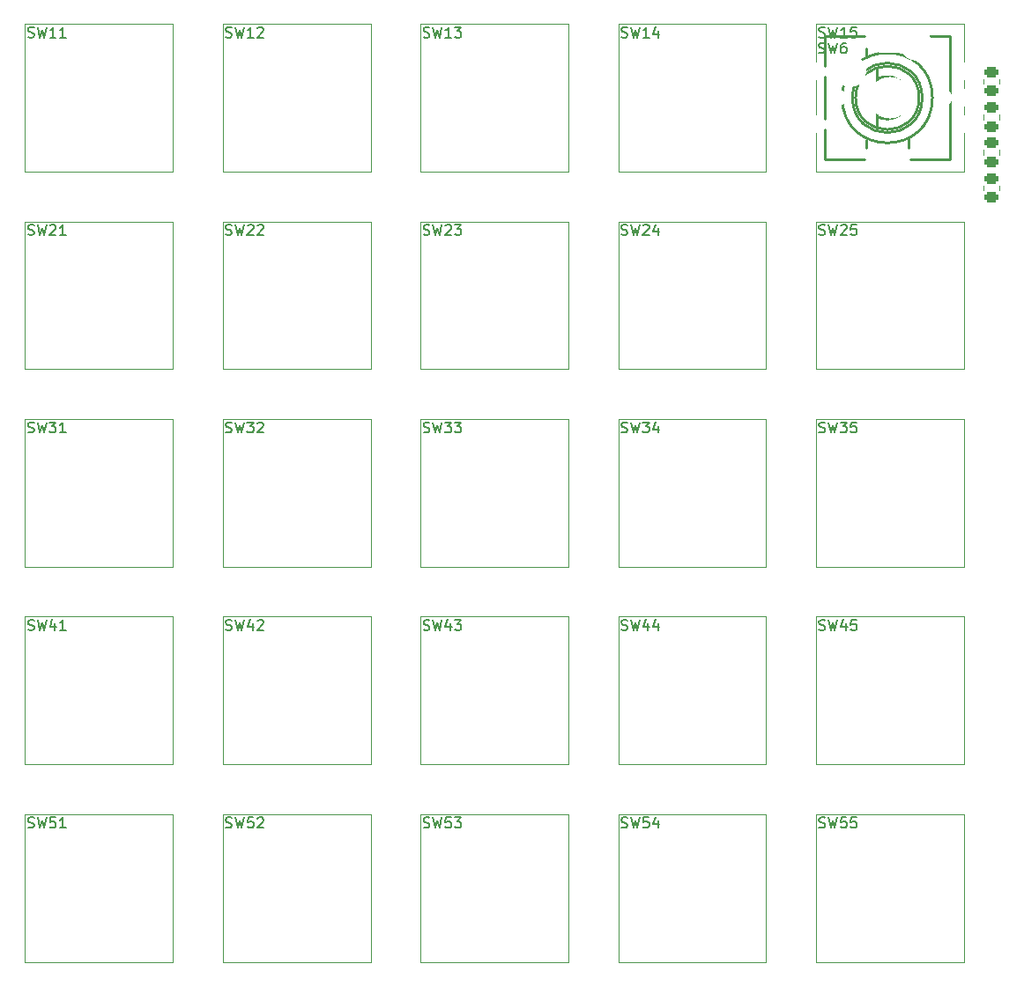
<source format=gto>
G04 #@! TF.GenerationSoftware,KiCad,Pcbnew,(6.0.5)*
G04 #@! TF.CreationDate,2022-06-26T21:28:20+02:00*
G04 #@! TF.ProjectId,5x5x2-part1,35783578-322d-4706-9172-74312e6b6963,rev?*
G04 #@! TF.SameCoordinates,Original*
G04 #@! TF.FileFunction,Legend,Top*
G04 #@! TF.FilePolarity,Positive*
%FSLAX46Y46*%
G04 Gerber Fmt 4.6, Leading zero omitted, Abs format (unit mm)*
G04 Created by KiCad (PCBNEW (6.0.5)) date 2022-06-26 21:28:20*
%MOMM*%
%LPD*%
G01*
G04 APERTURE LIST*
G04 Aperture macros list*
%AMRoundRect*
0 Rectangle with rounded corners*
0 $1 Rounding radius*
0 $2 $3 $4 $5 $6 $7 $8 $9 X,Y pos of 4 corners*
0 Add a 4 corners polygon primitive as box body*
4,1,4,$2,$3,$4,$5,$6,$7,$8,$9,$2,$3,0*
0 Add four circle primitives for the rounded corners*
1,1,$1+$1,$2,$3*
1,1,$1+$1,$4,$5*
1,1,$1+$1,$6,$7*
1,1,$1+$1,$8,$9*
0 Add four rect primitives between the rounded corners*
20,1,$1+$1,$2,$3,$4,$5,0*
20,1,$1+$1,$4,$5,$6,$7,0*
20,1,$1+$1,$6,$7,$8,$9,0*
20,1,$1+$1,$8,$9,$2,$3,0*%
G04 Aperture macros list end*
%ADD10C,0.150000*%
%ADD11C,0.120000*%
%ADD12C,0.250000*%
%ADD13C,1.750000*%
%ADD14C,4.000000*%
%ADD15C,3.050000*%
%ADD16C,3.200000*%
%ADD17RoundRect,0.250000X-0.450000X0.262500X-0.450000X-0.262500X0.450000X-0.262500X0.450000X0.262500X0*%
%ADD18RoundRect,0.250000X0.450000X-0.262500X0.450000X0.262500X-0.450000X0.262500X-0.450000X-0.262500X0*%
%ADD19O,4.000000X2.300000*%
%ADD20C,1.800000*%
%ADD21R,1.700000X1.700000*%
%ADD22O,1.700000X1.700000*%
G04 APERTURE END LIST*
D10*
X60190476Y-63154761D02*
X60333333Y-63202380D01*
X60571428Y-63202380D01*
X60666666Y-63154761D01*
X60714285Y-63107142D01*
X60761904Y-63011904D01*
X60761904Y-62916666D01*
X60714285Y-62821428D01*
X60666666Y-62773809D01*
X60571428Y-62726190D01*
X60380952Y-62678571D01*
X60285714Y-62630952D01*
X60238095Y-62583333D01*
X60190476Y-62488095D01*
X60190476Y-62392857D01*
X60238095Y-62297619D01*
X60285714Y-62250000D01*
X60380952Y-62202380D01*
X60619047Y-62202380D01*
X60761904Y-62250000D01*
X61095238Y-62202380D02*
X61333333Y-63202380D01*
X61523809Y-62488095D01*
X61714285Y-63202380D01*
X61952380Y-62202380D01*
X62285714Y-62297619D02*
X62333333Y-62250000D01*
X62428571Y-62202380D01*
X62666666Y-62202380D01*
X62761904Y-62250000D01*
X62809523Y-62297619D01*
X62857142Y-62392857D01*
X62857142Y-62488095D01*
X62809523Y-62630952D01*
X62238095Y-63202380D01*
X62857142Y-63202380D01*
X63238095Y-62297619D02*
X63285714Y-62250000D01*
X63380952Y-62202380D01*
X63619047Y-62202380D01*
X63714285Y-62250000D01*
X63761904Y-62297619D01*
X63809523Y-62392857D01*
X63809523Y-62488095D01*
X63761904Y-62630952D01*
X63190476Y-63202380D01*
X63809523Y-63202380D01*
X60190476Y-101154761D02*
X60333333Y-101202380D01*
X60571428Y-101202380D01*
X60666666Y-101154761D01*
X60714285Y-101107142D01*
X60761904Y-101011904D01*
X60761904Y-100916666D01*
X60714285Y-100821428D01*
X60666666Y-100773809D01*
X60571428Y-100726190D01*
X60380952Y-100678571D01*
X60285714Y-100630952D01*
X60238095Y-100583333D01*
X60190476Y-100488095D01*
X60190476Y-100392857D01*
X60238095Y-100297619D01*
X60285714Y-100250000D01*
X60380952Y-100202380D01*
X60619047Y-100202380D01*
X60761904Y-100250000D01*
X61095238Y-100202380D02*
X61333333Y-101202380D01*
X61523809Y-100488095D01*
X61714285Y-101202380D01*
X61952380Y-100202380D01*
X62761904Y-100535714D02*
X62761904Y-101202380D01*
X62523809Y-100154761D02*
X62285714Y-100869047D01*
X62904761Y-100869047D01*
X63238095Y-100297619D02*
X63285714Y-100250000D01*
X63380952Y-100202380D01*
X63619047Y-100202380D01*
X63714285Y-100250000D01*
X63761904Y-100297619D01*
X63809523Y-100392857D01*
X63809523Y-100488095D01*
X63761904Y-100630952D01*
X63190476Y-101202380D01*
X63809523Y-101202380D01*
X98190476Y-63154761D02*
X98333333Y-63202380D01*
X98571428Y-63202380D01*
X98666666Y-63154761D01*
X98714285Y-63107142D01*
X98761904Y-63011904D01*
X98761904Y-62916666D01*
X98714285Y-62821428D01*
X98666666Y-62773809D01*
X98571428Y-62726190D01*
X98380952Y-62678571D01*
X98285714Y-62630952D01*
X98238095Y-62583333D01*
X98190476Y-62488095D01*
X98190476Y-62392857D01*
X98238095Y-62297619D01*
X98285714Y-62250000D01*
X98380952Y-62202380D01*
X98619047Y-62202380D01*
X98761904Y-62250000D01*
X99095238Y-62202380D02*
X99333333Y-63202380D01*
X99523809Y-62488095D01*
X99714285Y-63202380D01*
X99952380Y-62202380D01*
X100285714Y-62297619D02*
X100333333Y-62250000D01*
X100428571Y-62202380D01*
X100666666Y-62202380D01*
X100761904Y-62250000D01*
X100809523Y-62297619D01*
X100857142Y-62392857D01*
X100857142Y-62488095D01*
X100809523Y-62630952D01*
X100238095Y-63202380D01*
X100857142Y-63202380D01*
X101714285Y-62535714D02*
X101714285Y-63202380D01*
X101476190Y-62154761D02*
X101238095Y-62869047D01*
X101857142Y-62869047D01*
X79190476Y-120154761D02*
X79333333Y-120202380D01*
X79571428Y-120202380D01*
X79666666Y-120154761D01*
X79714285Y-120107142D01*
X79761904Y-120011904D01*
X79761904Y-119916666D01*
X79714285Y-119821428D01*
X79666666Y-119773809D01*
X79571428Y-119726190D01*
X79380952Y-119678571D01*
X79285714Y-119630952D01*
X79238095Y-119583333D01*
X79190476Y-119488095D01*
X79190476Y-119392857D01*
X79238095Y-119297619D01*
X79285714Y-119250000D01*
X79380952Y-119202380D01*
X79619047Y-119202380D01*
X79761904Y-119250000D01*
X80095238Y-119202380D02*
X80333333Y-120202380D01*
X80523809Y-119488095D01*
X80714285Y-120202380D01*
X80952380Y-119202380D01*
X81809523Y-119202380D02*
X81333333Y-119202380D01*
X81285714Y-119678571D01*
X81333333Y-119630952D01*
X81428571Y-119583333D01*
X81666666Y-119583333D01*
X81761904Y-119630952D01*
X81809523Y-119678571D01*
X81857142Y-119773809D01*
X81857142Y-120011904D01*
X81809523Y-120107142D01*
X81761904Y-120154761D01*
X81666666Y-120202380D01*
X81428571Y-120202380D01*
X81333333Y-120154761D01*
X81285714Y-120107142D01*
X82190476Y-119202380D02*
X82809523Y-119202380D01*
X82476190Y-119583333D01*
X82619047Y-119583333D01*
X82714285Y-119630952D01*
X82761904Y-119678571D01*
X82809523Y-119773809D01*
X82809523Y-120011904D01*
X82761904Y-120107142D01*
X82714285Y-120154761D01*
X82619047Y-120202380D01*
X82333333Y-120202380D01*
X82238095Y-120154761D01*
X82190476Y-120107142D01*
X117190476Y-82154761D02*
X117333333Y-82202380D01*
X117571428Y-82202380D01*
X117666666Y-82154761D01*
X117714285Y-82107142D01*
X117761904Y-82011904D01*
X117761904Y-81916666D01*
X117714285Y-81821428D01*
X117666666Y-81773809D01*
X117571428Y-81726190D01*
X117380952Y-81678571D01*
X117285714Y-81630952D01*
X117238095Y-81583333D01*
X117190476Y-81488095D01*
X117190476Y-81392857D01*
X117238095Y-81297619D01*
X117285714Y-81250000D01*
X117380952Y-81202380D01*
X117619047Y-81202380D01*
X117761904Y-81250000D01*
X118095238Y-81202380D02*
X118333333Y-82202380D01*
X118523809Y-81488095D01*
X118714285Y-82202380D01*
X118952380Y-81202380D01*
X119238095Y-81202380D02*
X119857142Y-81202380D01*
X119523809Y-81583333D01*
X119666666Y-81583333D01*
X119761904Y-81630952D01*
X119809523Y-81678571D01*
X119857142Y-81773809D01*
X119857142Y-82011904D01*
X119809523Y-82107142D01*
X119761904Y-82154761D01*
X119666666Y-82202380D01*
X119380952Y-82202380D01*
X119285714Y-82154761D01*
X119238095Y-82107142D01*
X120761904Y-81202380D02*
X120285714Y-81202380D01*
X120238095Y-81678571D01*
X120285714Y-81630952D01*
X120380952Y-81583333D01*
X120619047Y-81583333D01*
X120714285Y-81630952D01*
X120761904Y-81678571D01*
X120809523Y-81773809D01*
X120809523Y-82011904D01*
X120761904Y-82107142D01*
X120714285Y-82154761D01*
X120619047Y-82202380D01*
X120380952Y-82202380D01*
X120285714Y-82154761D01*
X120238095Y-82107142D01*
X79190476Y-101154761D02*
X79333333Y-101202380D01*
X79571428Y-101202380D01*
X79666666Y-101154761D01*
X79714285Y-101107142D01*
X79761904Y-101011904D01*
X79761904Y-100916666D01*
X79714285Y-100821428D01*
X79666666Y-100773809D01*
X79571428Y-100726190D01*
X79380952Y-100678571D01*
X79285714Y-100630952D01*
X79238095Y-100583333D01*
X79190476Y-100488095D01*
X79190476Y-100392857D01*
X79238095Y-100297619D01*
X79285714Y-100250000D01*
X79380952Y-100202380D01*
X79619047Y-100202380D01*
X79761904Y-100250000D01*
X80095238Y-100202380D02*
X80333333Y-101202380D01*
X80523809Y-100488095D01*
X80714285Y-101202380D01*
X80952380Y-100202380D01*
X81761904Y-100535714D02*
X81761904Y-101202380D01*
X81523809Y-100154761D02*
X81285714Y-100869047D01*
X81904761Y-100869047D01*
X82190476Y-100202380D02*
X82809523Y-100202380D01*
X82476190Y-100583333D01*
X82619047Y-100583333D01*
X82714285Y-100630952D01*
X82761904Y-100678571D01*
X82809523Y-100773809D01*
X82809523Y-101011904D01*
X82761904Y-101107142D01*
X82714285Y-101154761D01*
X82619047Y-101202380D01*
X82333333Y-101202380D01*
X82238095Y-101154761D01*
X82190476Y-101107142D01*
X117190476Y-44154761D02*
X117333333Y-44202380D01*
X117571428Y-44202380D01*
X117666666Y-44154761D01*
X117714285Y-44107142D01*
X117761904Y-44011904D01*
X117761904Y-43916666D01*
X117714285Y-43821428D01*
X117666666Y-43773809D01*
X117571428Y-43726190D01*
X117380952Y-43678571D01*
X117285714Y-43630952D01*
X117238095Y-43583333D01*
X117190476Y-43488095D01*
X117190476Y-43392857D01*
X117238095Y-43297619D01*
X117285714Y-43250000D01*
X117380952Y-43202380D01*
X117619047Y-43202380D01*
X117761904Y-43250000D01*
X118095238Y-43202380D02*
X118333333Y-44202380D01*
X118523809Y-43488095D01*
X118714285Y-44202380D01*
X118952380Y-43202380D01*
X119857142Y-44202380D02*
X119285714Y-44202380D01*
X119571428Y-44202380D02*
X119571428Y-43202380D01*
X119476190Y-43345238D01*
X119380952Y-43440476D01*
X119285714Y-43488095D01*
X120761904Y-43202380D02*
X120285714Y-43202380D01*
X120238095Y-43678571D01*
X120285714Y-43630952D01*
X120380952Y-43583333D01*
X120619047Y-43583333D01*
X120714285Y-43630952D01*
X120761904Y-43678571D01*
X120809523Y-43773809D01*
X120809523Y-44011904D01*
X120761904Y-44107142D01*
X120714285Y-44154761D01*
X120619047Y-44202380D01*
X120380952Y-44202380D01*
X120285714Y-44154761D01*
X120238095Y-44107142D01*
X117190476Y-120154761D02*
X117333333Y-120202380D01*
X117571428Y-120202380D01*
X117666666Y-120154761D01*
X117714285Y-120107142D01*
X117761904Y-120011904D01*
X117761904Y-119916666D01*
X117714285Y-119821428D01*
X117666666Y-119773809D01*
X117571428Y-119726190D01*
X117380952Y-119678571D01*
X117285714Y-119630952D01*
X117238095Y-119583333D01*
X117190476Y-119488095D01*
X117190476Y-119392857D01*
X117238095Y-119297619D01*
X117285714Y-119250000D01*
X117380952Y-119202380D01*
X117619047Y-119202380D01*
X117761904Y-119250000D01*
X118095238Y-119202380D02*
X118333333Y-120202380D01*
X118523809Y-119488095D01*
X118714285Y-120202380D01*
X118952380Y-119202380D01*
X119809523Y-119202380D02*
X119333333Y-119202380D01*
X119285714Y-119678571D01*
X119333333Y-119630952D01*
X119428571Y-119583333D01*
X119666666Y-119583333D01*
X119761904Y-119630952D01*
X119809523Y-119678571D01*
X119857142Y-119773809D01*
X119857142Y-120011904D01*
X119809523Y-120107142D01*
X119761904Y-120154761D01*
X119666666Y-120202380D01*
X119428571Y-120202380D01*
X119333333Y-120154761D01*
X119285714Y-120107142D01*
X120761904Y-119202380D02*
X120285714Y-119202380D01*
X120238095Y-119678571D01*
X120285714Y-119630952D01*
X120380952Y-119583333D01*
X120619047Y-119583333D01*
X120714285Y-119630952D01*
X120761904Y-119678571D01*
X120809523Y-119773809D01*
X120809523Y-120011904D01*
X120761904Y-120107142D01*
X120714285Y-120154761D01*
X120619047Y-120202380D01*
X120380952Y-120202380D01*
X120285714Y-120154761D01*
X120238095Y-120107142D01*
X98190476Y-120154761D02*
X98333333Y-120202380D01*
X98571428Y-120202380D01*
X98666666Y-120154761D01*
X98714285Y-120107142D01*
X98761904Y-120011904D01*
X98761904Y-119916666D01*
X98714285Y-119821428D01*
X98666666Y-119773809D01*
X98571428Y-119726190D01*
X98380952Y-119678571D01*
X98285714Y-119630952D01*
X98238095Y-119583333D01*
X98190476Y-119488095D01*
X98190476Y-119392857D01*
X98238095Y-119297619D01*
X98285714Y-119250000D01*
X98380952Y-119202380D01*
X98619047Y-119202380D01*
X98761904Y-119250000D01*
X99095238Y-119202380D02*
X99333333Y-120202380D01*
X99523809Y-119488095D01*
X99714285Y-120202380D01*
X99952380Y-119202380D01*
X100809523Y-119202380D02*
X100333333Y-119202380D01*
X100285714Y-119678571D01*
X100333333Y-119630952D01*
X100428571Y-119583333D01*
X100666666Y-119583333D01*
X100761904Y-119630952D01*
X100809523Y-119678571D01*
X100857142Y-119773809D01*
X100857142Y-120011904D01*
X100809523Y-120107142D01*
X100761904Y-120154761D01*
X100666666Y-120202380D01*
X100428571Y-120202380D01*
X100333333Y-120154761D01*
X100285714Y-120107142D01*
X101714285Y-119535714D02*
X101714285Y-120202380D01*
X101476190Y-119154761D02*
X101238095Y-119869047D01*
X101857142Y-119869047D01*
X79190476Y-63154761D02*
X79333333Y-63202380D01*
X79571428Y-63202380D01*
X79666666Y-63154761D01*
X79714285Y-63107142D01*
X79761904Y-63011904D01*
X79761904Y-62916666D01*
X79714285Y-62821428D01*
X79666666Y-62773809D01*
X79571428Y-62726190D01*
X79380952Y-62678571D01*
X79285714Y-62630952D01*
X79238095Y-62583333D01*
X79190476Y-62488095D01*
X79190476Y-62392857D01*
X79238095Y-62297619D01*
X79285714Y-62250000D01*
X79380952Y-62202380D01*
X79619047Y-62202380D01*
X79761904Y-62250000D01*
X80095238Y-62202380D02*
X80333333Y-63202380D01*
X80523809Y-62488095D01*
X80714285Y-63202380D01*
X80952380Y-62202380D01*
X81285714Y-62297619D02*
X81333333Y-62250000D01*
X81428571Y-62202380D01*
X81666666Y-62202380D01*
X81761904Y-62250000D01*
X81809523Y-62297619D01*
X81857142Y-62392857D01*
X81857142Y-62488095D01*
X81809523Y-62630952D01*
X81238095Y-63202380D01*
X81857142Y-63202380D01*
X82190476Y-62202380D02*
X82809523Y-62202380D01*
X82476190Y-62583333D01*
X82619047Y-62583333D01*
X82714285Y-62630952D01*
X82761904Y-62678571D01*
X82809523Y-62773809D01*
X82809523Y-63011904D01*
X82761904Y-63107142D01*
X82714285Y-63154761D01*
X82619047Y-63202380D01*
X82333333Y-63202380D01*
X82238095Y-63154761D01*
X82190476Y-63107142D01*
X60190476Y-120154761D02*
X60333333Y-120202380D01*
X60571428Y-120202380D01*
X60666666Y-120154761D01*
X60714285Y-120107142D01*
X60761904Y-120011904D01*
X60761904Y-119916666D01*
X60714285Y-119821428D01*
X60666666Y-119773809D01*
X60571428Y-119726190D01*
X60380952Y-119678571D01*
X60285714Y-119630952D01*
X60238095Y-119583333D01*
X60190476Y-119488095D01*
X60190476Y-119392857D01*
X60238095Y-119297619D01*
X60285714Y-119250000D01*
X60380952Y-119202380D01*
X60619047Y-119202380D01*
X60761904Y-119250000D01*
X61095238Y-119202380D02*
X61333333Y-120202380D01*
X61523809Y-119488095D01*
X61714285Y-120202380D01*
X61952380Y-119202380D01*
X62809523Y-119202380D02*
X62333333Y-119202380D01*
X62285714Y-119678571D01*
X62333333Y-119630952D01*
X62428571Y-119583333D01*
X62666666Y-119583333D01*
X62761904Y-119630952D01*
X62809523Y-119678571D01*
X62857142Y-119773809D01*
X62857142Y-120011904D01*
X62809523Y-120107142D01*
X62761904Y-120154761D01*
X62666666Y-120202380D01*
X62428571Y-120202380D01*
X62333333Y-120154761D01*
X62285714Y-120107142D01*
X63238095Y-119297619D02*
X63285714Y-119250000D01*
X63380952Y-119202380D01*
X63619047Y-119202380D01*
X63714285Y-119250000D01*
X63761904Y-119297619D01*
X63809523Y-119392857D01*
X63809523Y-119488095D01*
X63761904Y-119630952D01*
X63190476Y-120202380D01*
X63809523Y-120202380D01*
X117190476Y-63154761D02*
X117333333Y-63202380D01*
X117571428Y-63202380D01*
X117666666Y-63154761D01*
X117714285Y-63107142D01*
X117761904Y-63011904D01*
X117761904Y-62916666D01*
X117714285Y-62821428D01*
X117666666Y-62773809D01*
X117571428Y-62726190D01*
X117380952Y-62678571D01*
X117285714Y-62630952D01*
X117238095Y-62583333D01*
X117190476Y-62488095D01*
X117190476Y-62392857D01*
X117238095Y-62297619D01*
X117285714Y-62250000D01*
X117380952Y-62202380D01*
X117619047Y-62202380D01*
X117761904Y-62250000D01*
X118095238Y-62202380D02*
X118333333Y-63202380D01*
X118523809Y-62488095D01*
X118714285Y-63202380D01*
X118952380Y-62202380D01*
X119285714Y-62297619D02*
X119333333Y-62250000D01*
X119428571Y-62202380D01*
X119666666Y-62202380D01*
X119761904Y-62250000D01*
X119809523Y-62297619D01*
X119857142Y-62392857D01*
X119857142Y-62488095D01*
X119809523Y-62630952D01*
X119238095Y-63202380D01*
X119857142Y-63202380D01*
X120761904Y-62202380D02*
X120285714Y-62202380D01*
X120238095Y-62678571D01*
X120285714Y-62630952D01*
X120380952Y-62583333D01*
X120619047Y-62583333D01*
X120714285Y-62630952D01*
X120761904Y-62678571D01*
X120809523Y-62773809D01*
X120809523Y-63011904D01*
X120761904Y-63107142D01*
X120714285Y-63154761D01*
X120619047Y-63202380D01*
X120380952Y-63202380D01*
X120285714Y-63154761D01*
X120238095Y-63107142D01*
X98190476Y-101154761D02*
X98333333Y-101202380D01*
X98571428Y-101202380D01*
X98666666Y-101154761D01*
X98714285Y-101107142D01*
X98761904Y-101011904D01*
X98761904Y-100916666D01*
X98714285Y-100821428D01*
X98666666Y-100773809D01*
X98571428Y-100726190D01*
X98380952Y-100678571D01*
X98285714Y-100630952D01*
X98238095Y-100583333D01*
X98190476Y-100488095D01*
X98190476Y-100392857D01*
X98238095Y-100297619D01*
X98285714Y-100250000D01*
X98380952Y-100202380D01*
X98619047Y-100202380D01*
X98761904Y-100250000D01*
X99095238Y-100202380D02*
X99333333Y-101202380D01*
X99523809Y-100488095D01*
X99714285Y-101202380D01*
X99952380Y-100202380D01*
X100761904Y-100535714D02*
X100761904Y-101202380D01*
X100523809Y-100154761D02*
X100285714Y-100869047D01*
X100904761Y-100869047D01*
X101714285Y-100535714D02*
X101714285Y-101202380D01*
X101476190Y-100154761D02*
X101238095Y-100869047D01*
X101857142Y-100869047D01*
X60190476Y-44154761D02*
X60333333Y-44202380D01*
X60571428Y-44202380D01*
X60666666Y-44154761D01*
X60714285Y-44107142D01*
X60761904Y-44011904D01*
X60761904Y-43916666D01*
X60714285Y-43821428D01*
X60666666Y-43773809D01*
X60571428Y-43726190D01*
X60380952Y-43678571D01*
X60285714Y-43630952D01*
X60238095Y-43583333D01*
X60190476Y-43488095D01*
X60190476Y-43392857D01*
X60238095Y-43297619D01*
X60285714Y-43250000D01*
X60380952Y-43202380D01*
X60619047Y-43202380D01*
X60761904Y-43250000D01*
X61095238Y-43202380D02*
X61333333Y-44202380D01*
X61523809Y-43488095D01*
X61714285Y-44202380D01*
X61952380Y-43202380D01*
X62857142Y-44202380D02*
X62285714Y-44202380D01*
X62571428Y-44202380D02*
X62571428Y-43202380D01*
X62476190Y-43345238D01*
X62380952Y-43440476D01*
X62285714Y-43488095D01*
X63238095Y-43297619D02*
X63285714Y-43250000D01*
X63380952Y-43202380D01*
X63619047Y-43202380D01*
X63714285Y-43250000D01*
X63761904Y-43297619D01*
X63809523Y-43392857D01*
X63809523Y-43488095D01*
X63761904Y-43630952D01*
X63190476Y-44202380D01*
X63809523Y-44202380D01*
X117166666Y-45654761D02*
X117309523Y-45702380D01*
X117547619Y-45702380D01*
X117642857Y-45654761D01*
X117690476Y-45607142D01*
X117738095Y-45511904D01*
X117738095Y-45416666D01*
X117690476Y-45321428D01*
X117642857Y-45273809D01*
X117547619Y-45226190D01*
X117357142Y-45178571D01*
X117261904Y-45130952D01*
X117214285Y-45083333D01*
X117166666Y-44988095D01*
X117166666Y-44892857D01*
X117214285Y-44797619D01*
X117261904Y-44750000D01*
X117357142Y-44702380D01*
X117595238Y-44702380D01*
X117738095Y-44750000D01*
X118071428Y-44702380D02*
X118309523Y-45702380D01*
X118500000Y-44988095D01*
X118690476Y-45702380D01*
X118928571Y-44702380D01*
X119738095Y-44702380D02*
X119547619Y-44702380D01*
X119452380Y-44750000D01*
X119404761Y-44797619D01*
X119309523Y-44940476D01*
X119261904Y-45130952D01*
X119261904Y-45511904D01*
X119309523Y-45607142D01*
X119357142Y-45654761D01*
X119452380Y-45702380D01*
X119642857Y-45702380D01*
X119738095Y-45654761D01*
X119785714Y-45607142D01*
X119833333Y-45511904D01*
X119833333Y-45273809D01*
X119785714Y-45178571D01*
X119738095Y-45130952D01*
X119642857Y-45083333D01*
X119452380Y-45083333D01*
X119357142Y-45130952D01*
X119309523Y-45178571D01*
X119261904Y-45273809D01*
X60190476Y-82154761D02*
X60333333Y-82202380D01*
X60571428Y-82202380D01*
X60666666Y-82154761D01*
X60714285Y-82107142D01*
X60761904Y-82011904D01*
X60761904Y-81916666D01*
X60714285Y-81821428D01*
X60666666Y-81773809D01*
X60571428Y-81726190D01*
X60380952Y-81678571D01*
X60285714Y-81630952D01*
X60238095Y-81583333D01*
X60190476Y-81488095D01*
X60190476Y-81392857D01*
X60238095Y-81297619D01*
X60285714Y-81250000D01*
X60380952Y-81202380D01*
X60619047Y-81202380D01*
X60761904Y-81250000D01*
X61095238Y-81202380D02*
X61333333Y-82202380D01*
X61523809Y-81488095D01*
X61714285Y-82202380D01*
X61952380Y-81202380D01*
X62238095Y-81202380D02*
X62857142Y-81202380D01*
X62523809Y-81583333D01*
X62666666Y-81583333D01*
X62761904Y-81630952D01*
X62809523Y-81678571D01*
X62857142Y-81773809D01*
X62857142Y-82011904D01*
X62809523Y-82107142D01*
X62761904Y-82154761D01*
X62666666Y-82202380D01*
X62380952Y-82202380D01*
X62285714Y-82154761D01*
X62238095Y-82107142D01*
X63238095Y-81297619D02*
X63285714Y-81250000D01*
X63380952Y-81202380D01*
X63619047Y-81202380D01*
X63714285Y-81250000D01*
X63761904Y-81297619D01*
X63809523Y-81392857D01*
X63809523Y-81488095D01*
X63761904Y-81630952D01*
X63190476Y-82202380D01*
X63809523Y-82202380D01*
X79190476Y-44154761D02*
X79333333Y-44202380D01*
X79571428Y-44202380D01*
X79666666Y-44154761D01*
X79714285Y-44107142D01*
X79761904Y-44011904D01*
X79761904Y-43916666D01*
X79714285Y-43821428D01*
X79666666Y-43773809D01*
X79571428Y-43726190D01*
X79380952Y-43678571D01*
X79285714Y-43630952D01*
X79238095Y-43583333D01*
X79190476Y-43488095D01*
X79190476Y-43392857D01*
X79238095Y-43297619D01*
X79285714Y-43250000D01*
X79380952Y-43202380D01*
X79619047Y-43202380D01*
X79761904Y-43250000D01*
X80095238Y-43202380D02*
X80333333Y-44202380D01*
X80523809Y-43488095D01*
X80714285Y-44202380D01*
X80952380Y-43202380D01*
X81857142Y-44202380D02*
X81285714Y-44202380D01*
X81571428Y-44202380D02*
X81571428Y-43202380D01*
X81476190Y-43345238D01*
X81380952Y-43440476D01*
X81285714Y-43488095D01*
X82190476Y-43202380D02*
X82809523Y-43202380D01*
X82476190Y-43583333D01*
X82619047Y-43583333D01*
X82714285Y-43630952D01*
X82761904Y-43678571D01*
X82809523Y-43773809D01*
X82809523Y-44011904D01*
X82761904Y-44107142D01*
X82714285Y-44154761D01*
X82619047Y-44202380D01*
X82333333Y-44202380D01*
X82238095Y-44154761D01*
X82190476Y-44107142D01*
X117190476Y-101154761D02*
X117333333Y-101202380D01*
X117571428Y-101202380D01*
X117666666Y-101154761D01*
X117714285Y-101107142D01*
X117761904Y-101011904D01*
X117761904Y-100916666D01*
X117714285Y-100821428D01*
X117666666Y-100773809D01*
X117571428Y-100726190D01*
X117380952Y-100678571D01*
X117285714Y-100630952D01*
X117238095Y-100583333D01*
X117190476Y-100488095D01*
X117190476Y-100392857D01*
X117238095Y-100297619D01*
X117285714Y-100250000D01*
X117380952Y-100202380D01*
X117619047Y-100202380D01*
X117761904Y-100250000D01*
X118095238Y-100202380D02*
X118333333Y-101202380D01*
X118523809Y-100488095D01*
X118714285Y-101202380D01*
X118952380Y-100202380D01*
X119761904Y-100535714D02*
X119761904Y-101202380D01*
X119523809Y-100154761D02*
X119285714Y-100869047D01*
X119904761Y-100869047D01*
X120761904Y-100202380D02*
X120285714Y-100202380D01*
X120238095Y-100678571D01*
X120285714Y-100630952D01*
X120380952Y-100583333D01*
X120619047Y-100583333D01*
X120714285Y-100630952D01*
X120761904Y-100678571D01*
X120809523Y-100773809D01*
X120809523Y-101011904D01*
X120761904Y-101107142D01*
X120714285Y-101154761D01*
X120619047Y-101202380D01*
X120380952Y-101202380D01*
X120285714Y-101154761D01*
X120238095Y-101107142D01*
X41190476Y-101154761D02*
X41333333Y-101202380D01*
X41571428Y-101202380D01*
X41666666Y-101154761D01*
X41714285Y-101107142D01*
X41761904Y-101011904D01*
X41761904Y-100916666D01*
X41714285Y-100821428D01*
X41666666Y-100773809D01*
X41571428Y-100726190D01*
X41380952Y-100678571D01*
X41285714Y-100630952D01*
X41238095Y-100583333D01*
X41190476Y-100488095D01*
X41190476Y-100392857D01*
X41238095Y-100297619D01*
X41285714Y-100250000D01*
X41380952Y-100202380D01*
X41619047Y-100202380D01*
X41761904Y-100250000D01*
X42095238Y-100202380D02*
X42333333Y-101202380D01*
X42523809Y-100488095D01*
X42714285Y-101202380D01*
X42952380Y-100202380D01*
X43761904Y-100535714D02*
X43761904Y-101202380D01*
X43523809Y-100154761D02*
X43285714Y-100869047D01*
X43904761Y-100869047D01*
X44809523Y-101202380D02*
X44238095Y-101202380D01*
X44523809Y-101202380D02*
X44523809Y-100202380D01*
X44428571Y-100345238D01*
X44333333Y-100440476D01*
X44238095Y-100488095D01*
X41190476Y-44154761D02*
X41333333Y-44202380D01*
X41571428Y-44202380D01*
X41666666Y-44154761D01*
X41714285Y-44107142D01*
X41761904Y-44011904D01*
X41761904Y-43916666D01*
X41714285Y-43821428D01*
X41666666Y-43773809D01*
X41571428Y-43726190D01*
X41380952Y-43678571D01*
X41285714Y-43630952D01*
X41238095Y-43583333D01*
X41190476Y-43488095D01*
X41190476Y-43392857D01*
X41238095Y-43297619D01*
X41285714Y-43250000D01*
X41380952Y-43202380D01*
X41619047Y-43202380D01*
X41761904Y-43250000D01*
X42095238Y-43202380D02*
X42333333Y-44202380D01*
X42523809Y-43488095D01*
X42714285Y-44202380D01*
X42952380Y-43202380D01*
X43857142Y-44202380D02*
X43285714Y-44202380D01*
X43571428Y-44202380D02*
X43571428Y-43202380D01*
X43476190Y-43345238D01*
X43380952Y-43440476D01*
X43285714Y-43488095D01*
X44809523Y-44202380D02*
X44238095Y-44202380D01*
X44523809Y-44202380D02*
X44523809Y-43202380D01*
X44428571Y-43345238D01*
X44333333Y-43440476D01*
X44238095Y-43488095D01*
X98190476Y-82154761D02*
X98333333Y-82202380D01*
X98571428Y-82202380D01*
X98666666Y-82154761D01*
X98714285Y-82107142D01*
X98761904Y-82011904D01*
X98761904Y-81916666D01*
X98714285Y-81821428D01*
X98666666Y-81773809D01*
X98571428Y-81726190D01*
X98380952Y-81678571D01*
X98285714Y-81630952D01*
X98238095Y-81583333D01*
X98190476Y-81488095D01*
X98190476Y-81392857D01*
X98238095Y-81297619D01*
X98285714Y-81250000D01*
X98380952Y-81202380D01*
X98619047Y-81202380D01*
X98761904Y-81250000D01*
X99095238Y-81202380D02*
X99333333Y-82202380D01*
X99523809Y-81488095D01*
X99714285Y-82202380D01*
X99952380Y-81202380D01*
X100238095Y-81202380D02*
X100857142Y-81202380D01*
X100523809Y-81583333D01*
X100666666Y-81583333D01*
X100761904Y-81630952D01*
X100809523Y-81678571D01*
X100857142Y-81773809D01*
X100857142Y-82011904D01*
X100809523Y-82107142D01*
X100761904Y-82154761D01*
X100666666Y-82202380D01*
X100380952Y-82202380D01*
X100285714Y-82154761D01*
X100238095Y-82107142D01*
X101714285Y-81535714D02*
X101714285Y-82202380D01*
X101476190Y-81154761D02*
X101238095Y-81869047D01*
X101857142Y-81869047D01*
X41190476Y-120154761D02*
X41333333Y-120202380D01*
X41571428Y-120202380D01*
X41666666Y-120154761D01*
X41714285Y-120107142D01*
X41761904Y-120011904D01*
X41761904Y-119916666D01*
X41714285Y-119821428D01*
X41666666Y-119773809D01*
X41571428Y-119726190D01*
X41380952Y-119678571D01*
X41285714Y-119630952D01*
X41238095Y-119583333D01*
X41190476Y-119488095D01*
X41190476Y-119392857D01*
X41238095Y-119297619D01*
X41285714Y-119250000D01*
X41380952Y-119202380D01*
X41619047Y-119202380D01*
X41761904Y-119250000D01*
X42095238Y-119202380D02*
X42333333Y-120202380D01*
X42523809Y-119488095D01*
X42714285Y-120202380D01*
X42952380Y-119202380D01*
X43809523Y-119202380D02*
X43333333Y-119202380D01*
X43285714Y-119678571D01*
X43333333Y-119630952D01*
X43428571Y-119583333D01*
X43666666Y-119583333D01*
X43761904Y-119630952D01*
X43809523Y-119678571D01*
X43857142Y-119773809D01*
X43857142Y-120011904D01*
X43809523Y-120107142D01*
X43761904Y-120154761D01*
X43666666Y-120202380D01*
X43428571Y-120202380D01*
X43333333Y-120154761D01*
X43285714Y-120107142D01*
X44809523Y-120202380D02*
X44238095Y-120202380D01*
X44523809Y-120202380D02*
X44523809Y-119202380D01*
X44428571Y-119345238D01*
X44333333Y-119440476D01*
X44238095Y-119488095D01*
X41190476Y-63154761D02*
X41333333Y-63202380D01*
X41571428Y-63202380D01*
X41666666Y-63154761D01*
X41714285Y-63107142D01*
X41761904Y-63011904D01*
X41761904Y-62916666D01*
X41714285Y-62821428D01*
X41666666Y-62773809D01*
X41571428Y-62726190D01*
X41380952Y-62678571D01*
X41285714Y-62630952D01*
X41238095Y-62583333D01*
X41190476Y-62488095D01*
X41190476Y-62392857D01*
X41238095Y-62297619D01*
X41285714Y-62250000D01*
X41380952Y-62202380D01*
X41619047Y-62202380D01*
X41761904Y-62250000D01*
X42095238Y-62202380D02*
X42333333Y-63202380D01*
X42523809Y-62488095D01*
X42714285Y-63202380D01*
X42952380Y-62202380D01*
X43285714Y-62297619D02*
X43333333Y-62250000D01*
X43428571Y-62202380D01*
X43666666Y-62202380D01*
X43761904Y-62250000D01*
X43809523Y-62297619D01*
X43857142Y-62392857D01*
X43857142Y-62488095D01*
X43809523Y-62630952D01*
X43238095Y-63202380D01*
X43857142Y-63202380D01*
X44809523Y-63202380D02*
X44238095Y-63202380D01*
X44523809Y-63202380D02*
X44523809Y-62202380D01*
X44428571Y-62345238D01*
X44333333Y-62440476D01*
X44238095Y-62488095D01*
X41190476Y-82154761D02*
X41333333Y-82202380D01*
X41571428Y-82202380D01*
X41666666Y-82154761D01*
X41714285Y-82107142D01*
X41761904Y-82011904D01*
X41761904Y-81916666D01*
X41714285Y-81821428D01*
X41666666Y-81773809D01*
X41571428Y-81726190D01*
X41380952Y-81678571D01*
X41285714Y-81630952D01*
X41238095Y-81583333D01*
X41190476Y-81488095D01*
X41190476Y-81392857D01*
X41238095Y-81297619D01*
X41285714Y-81250000D01*
X41380952Y-81202380D01*
X41619047Y-81202380D01*
X41761904Y-81250000D01*
X42095238Y-81202380D02*
X42333333Y-82202380D01*
X42523809Y-81488095D01*
X42714285Y-82202380D01*
X42952380Y-81202380D01*
X43238095Y-81202380D02*
X43857142Y-81202380D01*
X43523809Y-81583333D01*
X43666666Y-81583333D01*
X43761904Y-81630952D01*
X43809523Y-81678571D01*
X43857142Y-81773809D01*
X43857142Y-82011904D01*
X43809523Y-82107142D01*
X43761904Y-82154761D01*
X43666666Y-82202380D01*
X43380952Y-82202380D01*
X43285714Y-82154761D01*
X43238095Y-82107142D01*
X44809523Y-82202380D02*
X44238095Y-82202380D01*
X44523809Y-82202380D02*
X44523809Y-81202380D01*
X44428571Y-81345238D01*
X44333333Y-81440476D01*
X44238095Y-81488095D01*
X79190476Y-82154761D02*
X79333333Y-82202380D01*
X79571428Y-82202380D01*
X79666666Y-82154761D01*
X79714285Y-82107142D01*
X79761904Y-82011904D01*
X79761904Y-81916666D01*
X79714285Y-81821428D01*
X79666666Y-81773809D01*
X79571428Y-81726190D01*
X79380952Y-81678571D01*
X79285714Y-81630952D01*
X79238095Y-81583333D01*
X79190476Y-81488095D01*
X79190476Y-81392857D01*
X79238095Y-81297619D01*
X79285714Y-81250000D01*
X79380952Y-81202380D01*
X79619047Y-81202380D01*
X79761904Y-81250000D01*
X80095238Y-81202380D02*
X80333333Y-82202380D01*
X80523809Y-81488095D01*
X80714285Y-82202380D01*
X80952380Y-81202380D01*
X81238095Y-81202380D02*
X81857142Y-81202380D01*
X81523809Y-81583333D01*
X81666666Y-81583333D01*
X81761904Y-81630952D01*
X81809523Y-81678571D01*
X81857142Y-81773809D01*
X81857142Y-82011904D01*
X81809523Y-82107142D01*
X81761904Y-82154761D01*
X81666666Y-82202380D01*
X81380952Y-82202380D01*
X81285714Y-82154761D01*
X81238095Y-82107142D01*
X82190476Y-81202380D02*
X82809523Y-81202380D01*
X82476190Y-81583333D01*
X82619047Y-81583333D01*
X82714285Y-81630952D01*
X82761904Y-81678571D01*
X82809523Y-81773809D01*
X82809523Y-82011904D01*
X82761904Y-82107142D01*
X82714285Y-82154761D01*
X82619047Y-82202380D01*
X82333333Y-82202380D01*
X82238095Y-82154761D01*
X82190476Y-82107142D01*
X98190476Y-44154761D02*
X98333333Y-44202380D01*
X98571428Y-44202380D01*
X98666666Y-44154761D01*
X98714285Y-44107142D01*
X98761904Y-44011904D01*
X98761904Y-43916666D01*
X98714285Y-43821428D01*
X98666666Y-43773809D01*
X98571428Y-43726190D01*
X98380952Y-43678571D01*
X98285714Y-43630952D01*
X98238095Y-43583333D01*
X98190476Y-43488095D01*
X98190476Y-43392857D01*
X98238095Y-43297619D01*
X98285714Y-43250000D01*
X98380952Y-43202380D01*
X98619047Y-43202380D01*
X98761904Y-43250000D01*
X99095238Y-43202380D02*
X99333333Y-44202380D01*
X99523809Y-43488095D01*
X99714285Y-44202380D01*
X99952380Y-43202380D01*
X100857142Y-44202380D02*
X100285714Y-44202380D01*
X100571428Y-44202380D02*
X100571428Y-43202380D01*
X100476190Y-43345238D01*
X100380952Y-43440476D01*
X100285714Y-43488095D01*
X101714285Y-43535714D02*
X101714285Y-44202380D01*
X101476190Y-43154761D02*
X101238095Y-43869047D01*
X101857142Y-43869047D01*
D11*
X59900000Y-76100000D02*
X74100000Y-76100000D01*
X59900000Y-61900000D02*
X59900000Y-76100000D01*
X74100000Y-76100000D02*
X74100000Y-61900000D01*
X74100000Y-61900000D02*
X59900000Y-61900000D01*
X59900000Y-99900000D02*
X59900000Y-114100000D01*
X74100000Y-114100000D02*
X74100000Y-99900000D01*
X74100000Y-99900000D02*
X59900000Y-99900000D01*
X59900000Y-114100000D02*
X74100000Y-114100000D01*
X97900000Y-76100000D02*
X112100000Y-76100000D01*
X112100000Y-61900000D02*
X97900000Y-61900000D01*
X112100000Y-76100000D02*
X112100000Y-61900000D01*
X97900000Y-61900000D02*
X97900000Y-76100000D01*
X133015000Y-51610436D02*
X133015000Y-52064564D01*
X134485000Y-51610436D02*
X134485000Y-52064564D01*
X93100000Y-118900000D02*
X78900000Y-118900000D01*
X78900000Y-133100000D02*
X93100000Y-133100000D01*
X78900000Y-118900000D02*
X78900000Y-133100000D01*
X93100000Y-133100000D02*
X93100000Y-118900000D01*
X116900000Y-95100000D02*
X131100000Y-95100000D01*
X131100000Y-95100000D02*
X131100000Y-80900000D01*
X131100000Y-80900000D02*
X116900000Y-80900000D01*
X116900000Y-80900000D02*
X116900000Y-95100000D01*
X78900000Y-99900000D02*
X78900000Y-114100000D01*
X93100000Y-114100000D02*
X93100000Y-99900000D01*
X93100000Y-99900000D02*
X78900000Y-99900000D01*
X78900000Y-114100000D02*
X93100000Y-114100000D01*
X116900000Y-42900000D02*
X116900000Y-57100000D01*
X131100000Y-42900000D02*
X116900000Y-42900000D01*
X116900000Y-57100000D02*
X131100000Y-57100000D01*
X131100000Y-57100000D02*
X131100000Y-42900000D01*
X133015000Y-48639564D02*
X133015000Y-48185436D01*
X134485000Y-48639564D02*
X134485000Y-48185436D01*
X131100000Y-133100000D02*
X131100000Y-118900000D01*
X116900000Y-133100000D02*
X131100000Y-133100000D01*
X116900000Y-118900000D02*
X116900000Y-133100000D01*
X131100000Y-118900000D02*
X116900000Y-118900000D01*
X97900000Y-133100000D02*
X112100000Y-133100000D01*
X112100000Y-133100000D02*
X112100000Y-118900000D01*
X97900000Y-118900000D02*
X97900000Y-133100000D01*
X112100000Y-118900000D02*
X97900000Y-118900000D01*
X78900000Y-61900000D02*
X78900000Y-76100000D01*
X93100000Y-76100000D02*
X93100000Y-61900000D01*
X93100000Y-61900000D02*
X78900000Y-61900000D01*
X78900000Y-76100000D02*
X93100000Y-76100000D01*
X134485000Y-58889564D02*
X134485000Y-58435436D01*
X133015000Y-58889564D02*
X133015000Y-58435436D01*
X59900000Y-118900000D02*
X59900000Y-133100000D01*
X74100000Y-118900000D02*
X59900000Y-118900000D01*
X74100000Y-133100000D02*
X74100000Y-118900000D01*
X59900000Y-133100000D02*
X74100000Y-133100000D01*
X116900000Y-76100000D02*
X131100000Y-76100000D01*
X131100000Y-76100000D02*
X131100000Y-61900000D01*
X131100000Y-61900000D02*
X116900000Y-61900000D01*
X116900000Y-61900000D02*
X116900000Y-76100000D01*
X133015000Y-55477064D02*
X133015000Y-55022936D01*
X134485000Y-55477064D02*
X134485000Y-55022936D01*
X97900000Y-114100000D02*
X112100000Y-114100000D01*
X112100000Y-99900000D02*
X97900000Y-99900000D01*
X112100000Y-114100000D02*
X112100000Y-99900000D01*
X97900000Y-99900000D02*
X97900000Y-114100000D01*
X59900000Y-42900000D02*
X59900000Y-57100000D01*
X59900000Y-57100000D02*
X74100000Y-57100000D01*
X74100000Y-42900000D02*
X59900000Y-42900000D01*
X74100000Y-57100000D02*
X74100000Y-42900000D01*
D12*
X121720000Y-45210000D02*
X121720000Y-46020000D01*
X121580000Y-44100000D02*
X117750000Y-44100000D01*
X125920000Y-55900000D02*
X129750000Y-55900000D01*
X117750000Y-46930000D02*
X117750000Y-44100000D01*
X125780000Y-54790000D02*
X125780000Y-53810000D01*
X117750000Y-52010000D02*
X117750000Y-47990000D01*
X117750000Y-55900000D02*
X121580000Y-55900000D01*
X117750000Y-55900000D02*
X117750000Y-53070000D01*
X125780000Y-45210000D02*
X125780000Y-46020000D01*
X117750000Y-55900000D02*
X121580000Y-55900000D01*
X129750000Y-44100000D02*
X129750000Y-55900000D01*
X122730000Y-52790000D02*
X122730000Y-47210000D01*
X125920000Y-55900000D02*
X129750000Y-55900000D01*
X121720000Y-54050000D02*
X121720000Y-54790000D01*
X129750000Y-44100000D02*
X125920000Y-44100000D01*
X122730000Y-51780000D02*
G75*
G03*
X122735110Y-48217139I1000000J1780000D01*
G01*
X128080000Y-50000000D02*
G75*
G03*
X128080000Y-50000000I-4330000J0D01*
G01*
X126800000Y-50000000D02*
G75*
G03*
X126800000Y-50000000I-3050000J0D01*
G01*
X127100000Y-50000000D02*
G75*
G03*
X127100000Y-50000000I-3350000J0D01*
G01*
D11*
X59900000Y-95100000D02*
X74100000Y-95100000D01*
X74100000Y-80900000D02*
X59900000Y-80900000D01*
X59900000Y-80900000D02*
X59900000Y-95100000D01*
X74100000Y-95100000D02*
X74100000Y-80900000D01*
X78900000Y-57100000D02*
X93100000Y-57100000D01*
X78900000Y-42900000D02*
X78900000Y-57100000D01*
X93100000Y-42900000D02*
X78900000Y-42900000D01*
X93100000Y-57100000D02*
X93100000Y-42900000D01*
X131100000Y-114100000D02*
X131100000Y-99900000D01*
X116900000Y-114100000D02*
X131100000Y-114100000D01*
X116900000Y-99900000D02*
X116900000Y-114100000D01*
X131100000Y-99900000D02*
X116900000Y-99900000D01*
X40900000Y-114100000D02*
X55100000Y-114100000D01*
X40900000Y-99900000D02*
X40900000Y-114100000D01*
X55100000Y-114100000D02*
X55100000Y-99900000D01*
X55100000Y-99900000D02*
X40900000Y-99900000D01*
X40900000Y-42900000D02*
X40900000Y-57100000D01*
X40900000Y-57100000D02*
X55100000Y-57100000D01*
X55100000Y-42900000D02*
X40900000Y-42900000D01*
X55100000Y-57100000D02*
X55100000Y-42900000D01*
X97900000Y-80900000D02*
X97900000Y-95100000D01*
X112100000Y-80900000D02*
X97900000Y-80900000D01*
X112100000Y-95100000D02*
X112100000Y-80900000D01*
X97900000Y-95100000D02*
X112100000Y-95100000D01*
X40900000Y-133100000D02*
X55100000Y-133100000D01*
X40900000Y-118900000D02*
X40900000Y-133100000D01*
X55100000Y-133100000D02*
X55100000Y-118900000D01*
X55100000Y-118900000D02*
X40900000Y-118900000D01*
X40900000Y-61900000D02*
X40900000Y-76100000D01*
X55100000Y-76100000D02*
X55100000Y-61900000D01*
X40900000Y-76100000D02*
X55100000Y-76100000D01*
X55100000Y-61900000D02*
X40900000Y-61900000D01*
X40900000Y-95100000D02*
X55100000Y-95100000D01*
X55100000Y-80900000D02*
X40900000Y-80900000D01*
X55100000Y-95100000D02*
X55100000Y-80900000D01*
X40900000Y-80900000D02*
X40900000Y-95100000D01*
X78900000Y-95100000D02*
X93100000Y-95100000D01*
X93100000Y-80900000D02*
X78900000Y-80900000D01*
X93100000Y-95100000D02*
X93100000Y-80900000D01*
X78900000Y-80900000D02*
X78900000Y-95100000D01*
X97900000Y-57100000D02*
X112100000Y-57100000D01*
X97900000Y-42900000D02*
X97900000Y-57100000D01*
X112100000Y-57100000D02*
X112100000Y-42900000D01*
X112100000Y-42900000D02*
X97900000Y-42900000D01*
%LPC*%
D13*
X72080000Y-69000000D03*
D14*
X67000000Y-69000000D03*
D15*
X69540000Y-63920000D03*
D13*
X61920000Y-69000000D03*
D15*
X63190000Y-66460000D03*
D16*
X39500000Y-41500000D03*
D13*
X72080000Y-107000000D03*
X61920000Y-107000000D03*
D14*
X67000000Y-107000000D03*
D15*
X69540000Y-101920000D03*
X63190000Y-104460000D03*
D16*
X39500000Y-134500000D03*
D15*
X101190000Y-66460000D03*
D13*
X110080000Y-69000000D03*
D14*
X105000000Y-69000000D03*
D15*
X107540000Y-63920000D03*
D13*
X99920000Y-69000000D03*
D17*
X133750000Y-50925000D03*
X133750000Y-52750000D03*
D13*
X80920000Y-126000000D03*
X91080000Y-126000000D03*
D14*
X86000000Y-126000000D03*
D15*
X82190000Y-123460000D03*
X88540000Y-120920000D03*
D13*
X118920000Y-88000000D03*
D15*
X120190000Y-85460000D03*
D13*
X129080000Y-88000000D03*
D15*
X126540000Y-82920000D03*
D14*
X124000000Y-88000000D03*
D16*
X132500000Y-41500000D03*
D14*
X86000000Y-107000000D03*
D13*
X91080000Y-107000000D03*
X80920000Y-107000000D03*
D15*
X82190000Y-104460000D03*
X88540000Y-101920000D03*
D14*
X124000000Y-50000000D03*
D15*
X120190000Y-47460000D03*
D13*
X118920000Y-50000000D03*
D15*
X126540000Y-44920000D03*
D13*
X129080000Y-50000000D03*
D18*
X133750000Y-49325000D03*
X133750000Y-47500000D03*
D14*
X124000000Y-126000000D03*
D15*
X126540000Y-120920000D03*
D13*
X118920000Y-126000000D03*
X129080000Y-126000000D03*
D15*
X120190000Y-123460000D03*
D13*
X110080000Y-126000000D03*
D14*
X105000000Y-126000000D03*
D13*
X99920000Y-126000000D03*
D15*
X107540000Y-120920000D03*
X101190000Y-123460000D03*
X88540000Y-63920000D03*
X82190000Y-66460000D03*
D13*
X80920000Y-69000000D03*
D14*
X86000000Y-69000000D03*
D13*
X91080000Y-69000000D03*
D18*
X133750000Y-59575000D03*
X133750000Y-57750000D03*
D16*
X132500000Y-134500000D03*
D13*
X61920000Y-126000000D03*
D15*
X63190000Y-123460000D03*
D14*
X67000000Y-126000000D03*
D13*
X72080000Y-126000000D03*
D15*
X69540000Y-120920000D03*
D13*
X118920000Y-69000000D03*
D14*
X124000000Y-69000000D03*
D15*
X126540000Y-63920000D03*
X120190000Y-66460000D03*
D13*
X129080000Y-69000000D03*
D18*
X133750000Y-56162500D03*
X133750000Y-54337500D03*
D13*
X99920000Y-107000000D03*
D14*
X105000000Y-107000000D03*
D13*
X110080000Y-107000000D03*
D15*
X107540000Y-101920000D03*
X101190000Y-104460000D03*
D13*
X72080000Y-50000000D03*
D15*
X63190000Y-47460000D03*
X69540000Y-44920000D03*
D14*
X67000000Y-50000000D03*
D13*
X61920000Y-50000000D03*
D19*
X123750000Y-44500000D03*
D20*
X131250000Y-52540000D03*
X131250000Y-47460000D03*
X131250000Y-50000000D03*
X116750000Y-47460000D03*
X116750000Y-52540000D03*
D13*
X61920000Y-88000000D03*
D15*
X63190000Y-85460000D03*
X69540000Y-82920000D03*
D13*
X72080000Y-88000000D03*
D14*
X67000000Y-88000000D03*
D13*
X91080000Y-50000000D03*
D15*
X88540000Y-44920000D03*
X82190000Y-47460000D03*
D14*
X86000000Y-50000000D03*
D13*
X80920000Y-50000000D03*
D15*
X120190000Y-104460000D03*
D14*
X124000000Y-107000000D03*
D13*
X118920000Y-107000000D03*
X129080000Y-107000000D03*
D15*
X126540000Y-101920000D03*
D14*
X48000000Y-107000000D03*
D13*
X53080000Y-107000000D03*
D15*
X44190000Y-104460000D03*
D13*
X42920000Y-107000000D03*
D15*
X50540000Y-101920000D03*
D13*
X53080000Y-50000000D03*
D15*
X44190000Y-47460000D03*
D13*
X42920000Y-50000000D03*
D14*
X48000000Y-50000000D03*
D15*
X50540000Y-44920000D03*
X101190000Y-85460000D03*
D13*
X110080000Y-88000000D03*
D14*
X105000000Y-88000000D03*
D15*
X107540000Y-82920000D03*
D13*
X99920000Y-88000000D03*
D15*
X44190000Y-123460000D03*
X50540000Y-120920000D03*
D13*
X53080000Y-126000000D03*
D14*
X48000000Y-126000000D03*
D13*
X42920000Y-126000000D03*
D15*
X44190000Y-66460000D03*
D13*
X53080000Y-69000000D03*
X42920000Y-69000000D03*
D15*
X50540000Y-63920000D03*
D14*
X48000000Y-69000000D03*
D15*
X50540000Y-82920000D03*
D13*
X53080000Y-88000000D03*
D15*
X44190000Y-85460000D03*
D13*
X42920000Y-88000000D03*
D14*
X48000000Y-88000000D03*
X86000000Y-88000000D03*
D13*
X80920000Y-88000000D03*
D15*
X82190000Y-85460000D03*
X88540000Y-82920000D03*
D13*
X91080000Y-88000000D03*
X110080000Y-50000000D03*
D15*
X107540000Y-44920000D03*
X101190000Y-47460000D03*
D13*
X99920000Y-50000000D03*
D14*
X105000000Y-50000000D03*
D21*
X64475000Y-40025000D03*
D22*
X67015000Y-40025000D03*
X69555000Y-40025000D03*
D21*
X102420000Y-136000000D03*
D22*
X104960000Y-136000000D03*
X107500000Y-136000000D03*
D21*
X102460000Y-40000000D03*
D22*
X105000000Y-40000000D03*
X107540000Y-40000000D03*
D21*
X37975000Y-104475000D03*
D22*
X37975000Y-107015000D03*
X37975000Y-109555000D03*
D21*
X134000000Y-66475000D03*
D22*
X134000000Y-69015000D03*
X134000000Y-71555000D03*
D21*
X64460000Y-136000000D03*
D22*
X67000000Y-136000000D03*
X69540000Y-136000000D03*
D21*
X38000000Y-66460000D03*
D22*
X38000000Y-69000000D03*
X38000000Y-71540000D03*
M02*

</source>
